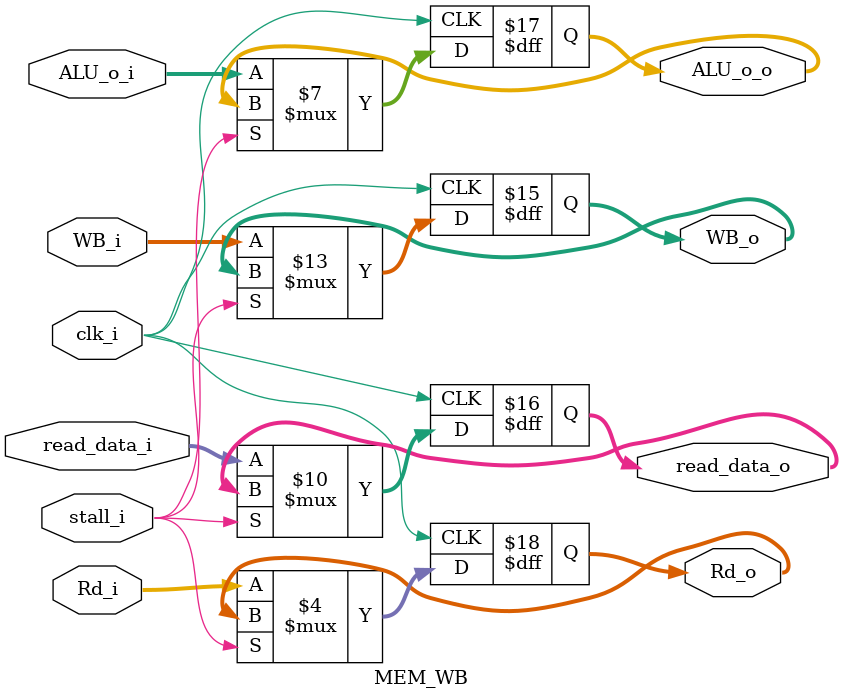
<source format=v>
module MEM_WB
(
	clk_i,
	WB_i,
	read_data_i, ALU_o_i,
	Rd_i,

	WB_o,
	read_data_o, ALU_o_o,
	Rd_o,
	stall_i
);

input clk_i;
input [1:0] WB_i;
input [31:0] read_data_i, ALU_o_i;
input [4:0] Rd_i;
input stall_i;

output reg [1:0] WB_o;
output reg [31:0] read_data_o, ALU_o_o;
output reg [4:0] Rd_o;

always @(posedge clk_i) begin
	if(stall_i == 1'b1) begin
	end
	else begin
		WB_o<=WB_i;
		Rd_o<=Rd_i;
		read_data_o <= read_data_i;
		ALU_o_o<=ALU_o_i;
	end
end

endmodule

</source>
